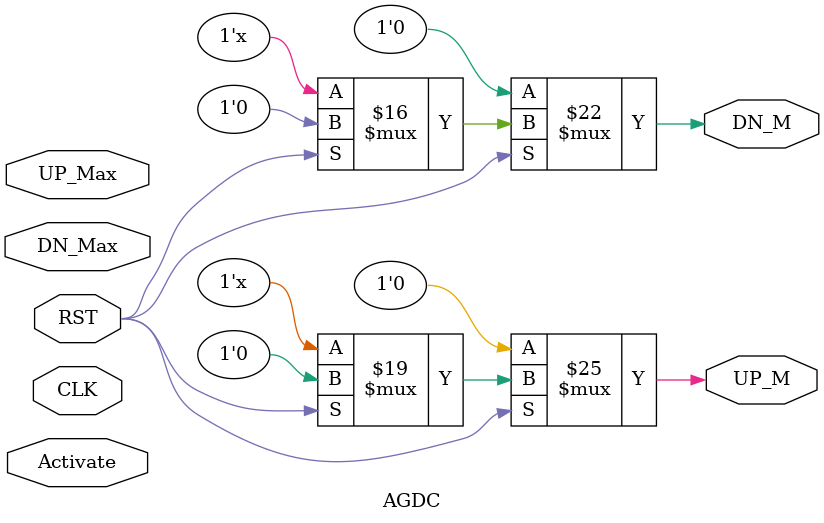
<source format=v>
module AGDC(
  //Sensor - User - Sensor
  input UP_Max, Activate, DN_Max,
  input CLK, RST,
  //Up and Down motors
  output reg UP_M, DN_M
);
 
 reg [1:0] present_state, next_state;
 
 parameter IDLE = 2'b00;
 parameter Mv_Up = 2'b01;
 parameter Mv_Dn = 2'b10;
 
 always@(posedge CLK or negedge RST)
 begin
   if(!RST)
     present_state <= IDLE;
   else present_state <= next_state;
 end
 
 always@(*)
 begin
   if(!RST)
     begin
     present_state = IDLE;
     UP_M = 0;
     DN_M = 0;
     end
   else
    begin
      case(present_state)
        IDLE: begin
                UP_M = 0;
                DN_M = 0;
                if(!Activate)
                  next_state = IDLE;
                
                else if (Activate & DN_Max & !UP_Max)
                  next_state = Mv_Up;
                  
                else if (Activate & !DN_Max & UP_Max)
                  next_state = Mv_Dn;
                 
                else next_state = IDLE;
              end
        
        Mv_Up: begin
                UP_M = 1;
                DN_M = 0;
                if(UP_Max)
                  next_state = IDLE;
                 
                else next_state = Mv_Up;
               end
        
        Mv_Dn: begin
                UP_M = 0;
                DN_M = 1;
                if(DN_Max)
                  next_state = IDLE;
                 
                else next_state = Mv_Dn;
               end 
               
        default: begin
                  UP_M = 0;
                  DN_M = 0;
                  next_state = IDLE;        
                 end
        
      endcase
    end
 end

endmodule
</source>
